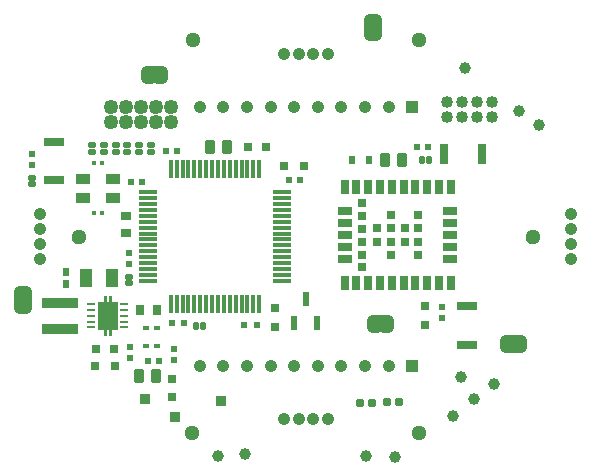
<source format=gts>
%TF.GenerationSoftware,KiCad,Pcbnew,9.0.5*%
%TF.CreationDate,2025-12-11T12:43:02+01:00*%
%TF.ProjectId,MemShield,4d656d53-6869-4656-9c64-2e6b69636164,rev?*%
%TF.SameCoordinates,Original*%
%TF.FileFunction,Soldermask,Top*%
%TF.FilePolarity,Negative*%
%FSLAX46Y46*%
G04 Gerber Fmt 4.6, Leading zero omitted, Abs format (unit mm)*
G04 Created by KiCad (PCBNEW 9.0.5) date 2025-12-11 12:43:02*
%MOMM*%
%LPD*%
G01*
G04 APERTURE LIST*
G04 Aperture macros list*
%AMRoundRect*
0 Rectangle with rounded corners*
0 $1 Rounding radius*
0 $2 $3 $4 $5 $6 $7 $8 $9 X,Y pos of 4 corners*
0 Add a 4 corners polygon primitive as box body*
4,1,4,$2,$3,$4,$5,$6,$7,$8,$9,$2,$3,0*
0 Add four circle primitives for the rounded corners*
1,1,$1+$1,$2,$3*
1,1,$1+$1,$4,$5*
1,1,$1+$1,$6,$7*
1,1,$1+$1,$8,$9*
0 Add four rect primitives between the rounded corners*
20,1,$1+$1,$2,$3,$4,$5,0*
20,1,$1+$1,$4,$5,$6,$7,0*
20,1,$1+$1,$6,$7,$8,$9,0*
20,1,$1+$1,$8,$9,$2,$3,0*%
%AMFreePoly0*
4,1,23,0.500000,-0.750000,0.000000,-0.750000,0.000000,-0.745722,-0.065263,-0.745722,-0.191342,-0.711940,-0.304381,-0.646677,-0.396677,-0.554381,-0.461940,-0.441342,-0.495722,-0.315263,-0.495722,-0.250000,-0.500000,-0.250000,-0.500000,0.250000,-0.495722,0.250000,-0.495722,0.315263,-0.461940,0.441342,-0.396677,0.554381,-0.304381,0.646677,-0.191342,0.711940,-0.065263,0.745722,0.000000,0.745722,
0.000000,0.750000,0.500000,0.750000,0.500000,-0.750000,0.500000,-0.750000,$1*%
%AMFreePoly1*
4,1,23,0.000000,0.745722,0.065263,0.745722,0.191342,0.711940,0.304381,0.646677,0.396677,0.554381,0.461940,0.441342,0.495722,0.315263,0.495722,0.250000,0.500000,0.250000,0.500000,-0.250000,0.495722,-0.250000,0.495722,-0.315263,0.461940,-0.441342,0.396677,-0.554381,0.304381,-0.646677,0.191342,-0.711940,0.065263,-0.745722,0.000000,-0.745722,0.000000,-0.750000,-0.500000,-0.750000,
-0.500000,0.750000,0.000000,0.750000,0.000000,0.745722,0.000000,0.745722,$1*%
%AMFreePoly2*
4,1,21,-0.125000,1.200000,0.125000,1.200000,0.125000,1.700000,0.375000,1.700000,0.375000,1.200000,0.825000,1.200000,0.825000,-1.200000,0.375000,-1.200000,0.375000,-1.700000,0.125000,-1.700000,0.125000,-1.200000,-0.125000,-1.200000,-0.125000,-1.700000,-0.375000,-1.700000,-0.375000,-1.200000,-0.825000,-1.200000,-0.825000,1.200000,-0.375000,1.200000,-0.375000,1.700000,-0.125000,1.700000,
-0.125000,1.200000,-0.125000,1.200000,$1*%
%AMFreePoly3*
4,1,33,0.181428,0.598088,0.294623,0.551201,0.396496,0.483132,0.483132,0.396496,0.551201,0.294623,0.598088,0.181428,0.621990,0.061261,0.621990,-0.061261,0.598088,-0.181428,0.551201,-0.294623,0.483132,-0.396496,0.396496,-0.483132,0.294623,-0.551201,0.181428,-0.598088,0.061261,-0.621990,-0.061261,-0.621990,-0.181428,-0.598088,-0.294623,-0.551201,-0.396496,-0.483132,-0.483132,-0.396496,
-0.551201,-0.294623,-0.598088,-0.181428,-0.621990,-0.061261,-0.621990,0.061261,-0.598088,0.181428,-0.551201,0.294623,-0.483132,0.396496,-0.396496,0.483132,-0.294623,0.551201,-0.181428,0.598088,-0.061261,0.621990,0.061261,0.621990,0.181428,0.598088,0.181428,0.598088,$1*%
G04 Aperture macros list end*
%ADD10C,0.000000*%
%ADD11R,0.850000X0.850000*%
%ADD12C,1.066800*%
%ADD13R,0.430000X0.329999*%
%ADD14R,0.800000X0.800000*%
%ADD15R,0.558800X0.504800*%
%ADD16RoundRect,0.102000X-0.325000X-0.450000X0.325000X-0.450000X0.325000X0.450000X-0.325000X0.450000X0*%
%ADD17R,0.558800X1.295400*%
%ADD18R,0.600000X0.500000*%
%ADD19R,0.504800X0.558800*%
%ADD20C,1.000000*%
%ADD21R,3.098800X0.889000*%
%ADD22R,0.650000X0.800000*%
%ADD23RoundRect,0.102000X-0.190000X-0.200000X0.190000X-0.200000X0.190000X0.200000X-0.190000X0.200000X0*%
%ADD24R,0.800000X0.650000*%
%ADD25FreePoly0,0.000000*%
%ADD26FreePoly1,0.000000*%
%ADD27RoundRect,0.102000X-0.200000X0.190000X-0.200000X-0.190000X0.200000X-0.190000X0.200000X0.190000X0*%
%ADD28R,0.558800X0.711200*%
%ADD29R,0.939800X0.708000*%
%ADD30R,0.600000X0.800000*%
%ADD31FreePoly0,180.000000*%
%ADD32FreePoly1,180.000000*%
%ADD33RoundRect,0.102000X-0.237500X-0.250000X0.237500X-0.250000X0.237500X0.250000X-0.237500X0.250000X0*%
%ADD34R,0.749999X0.799998*%
%ADD35RoundRect,0.102000X-0.275000X-0.750000X0.275000X-0.750000X0.275000X0.750000X-0.275000X0.750000X0*%
%ADD36C,1.254000*%
%ADD37RoundRect,0.102000X0.200000X-0.190000X0.200000X0.190000X-0.200000X0.190000X-0.200000X-0.190000X0*%
%ADD38FreePoly0,270.000000*%
%ADD39FreePoly1,270.000000*%
%ADD40RoundRect,0.102000X0.237500X0.250000X-0.237500X0.250000X-0.237500X-0.250000X0.237500X-0.250000X0*%
%ADD41C,1.016000*%
%ADD42FreePoly0,90.000000*%
%ADD43FreePoly1,90.000000*%
%ADD44RoundRect,0.102000X-0.750000X0.275000X-0.750000X-0.275000X0.750000X-0.275000X0.750000X0.275000X0*%
%ADD45RoundRect,0.102000X0.325000X0.450000X-0.325000X0.450000X-0.325000X-0.450000X0.325000X-0.450000X0*%
%ADD46R,0.701040X1.150620*%
%ADD47R,1.150620X0.701040*%
%ADD48R,0.701040X0.701040*%
%ADD49RoundRect,0.075000X-0.700000X-0.075000X0.700000X-0.075000X0.700000X0.075000X-0.700000X0.075000X0*%
%ADD50RoundRect,0.075000X-0.075000X-0.700000X0.075000X-0.700000X0.075000X0.700000X-0.075000X0.700000X0*%
%ADD51R,0.708000X0.939800*%
%ADD52RoundRect,0.060000X-0.240000X-0.060000X0.240000X-0.060000X0.240000X0.060000X-0.240000X0.060000X0*%
%ADD53FreePoly2,0.000000*%
%ADD54R,1.290599X0.839000*%
%ADD55R,0.508000X0.304800*%
%ADD56RoundRect,0.102000X0.750000X-0.275000X0.750000X0.275000X-0.750000X0.275000X-0.750000X-0.275000X0*%
%ADD57R,0.990600X1.498600*%
%ADD58FreePoly3,270.000000*%
%ADD59R,1.050000X1.050000*%
%ADD60C,1.050000*%
%ADD61FreePoly3,30.000000*%
%ADD62FreePoly3,210.000000*%
%ADD63FreePoly3,330.000000*%
%ADD64FreePoly3,90.000000*%
%ADD65FreePoly3,150.000000*%
G04 APERTURE END LIST*
D10*
%TO.C,J21*%
G36*
X132820100Y-94056820D02*
G01*
X132520100Y-94056820D01*
X132520100Y-92556820D01*
X132820100Y-92556820D01*
X132820100Y-94056820D01*
G37*
%TO.C,J20*%
G36*
X163230100Y-116896820D02*
G01*
X162930100Y-116896820D01*
X162930100Y-115396820D01*
X163230100Y-115396820D01*
X163230100Y-116896820D01*
G37*
%TO.C,J19*%
G36*
X151940100Y-89146820D02*
G01*
X150440100Y-89146820D01*
X150440100Y-89446820D01*
X151940100Y-89446820D01*
X151940100Y-89146820D01*
G37*
%TO.C,J18*%
G36*
X151950100Y-115136820D02*
G01*
X151650100Y-115136820D01*
X151650100Y-113636820D01*
X151950100Y-113636820D01*
X151950100Y-115136820D01*
G37*
%TO.C,J14*%
G36*
X120780100Y-112556820D02*
G01*
X122280100Y-112556820D01*
X122280100Y-112256820D01*
X120780100Y-112256820D01*
X120780100Y-112556820D01*
G37*
%TD*%
D11*
%TO.C,GND*%
X134440100Y-122266820D03*
%TD*%
D12*
%TO.C,J12*%
X143615100Y-122493820D03*
X144865100Y-122493820D03*
X146115100Y-122493820D03*
X147365100Y-122493820D03*
%TD*%
D11*
%TO.C,VBAT*%
X138270100Y-120966820D03*
%TD*%
%TO.C,3V3*%
X131840100Y-120806820D03*
%TD*%
D13*
%TO.C,C4*%
X128184400Y-100816720D03*
X127584400Y-100816720D03*
%TD*%
D14*
%TO.C,D9*%
X140590100Y-99416820D03*
X142090100Y-99416820D03*
%TD*%
D15*
%TO.C,C34*%
X156990100Y-112948520D03*
X156990100Y-113885120D03*
%TD*%
D16*
%TO.C,R7*%
X137365100Y-99416820D03*
X138815100Y-99416820D03*
%TD*%
D17*
%TO.C,U4*%
X144511599Y-114345520D03*
X146411601Y-114345520D03*
X145461600Y-112288120D03*
%TD*%
D18*
%TO.C,C7*%
X141340100Y-114516820D03*
X140240100Y-114516820D03*
%TD*%
D19*
%TO.C,C6*%
X133621800Y-99816820D03*
X134558400Y-99816820D03*
%TD*%
D20*
%TO.C,SW1*%
X157960100Y-122196820D03*
%TD*%
D21*
%TO.C,L1*%
X124690100Y-114821720D03*
X124690100Y-112611920D03*
%TD*%
D22*
%TO.C,C13*%
X145315100Y-101016820D03*
X143665100Y-101016820D03*
%TD*%
D23*
%TO.C,R6*%
X136190100Y-114576820D03*
X136750100Y-114576820D03*
%TD*%
D24*
%TO.C,C35*%
X155590100Y-114541820D03*
X155590100Y-112891820D03*
%TD*%
%TO.C,C9*%
X142840100Y-114698520D03*
X142840100Y-113048520D03*
%TD*%
D25*
%TO.C,J21*%
X132020100Y-93306820D03*
D26*
X133320100Y-93306820D03*
%TD*%
D12*
%TO.C,J11*%
X167967100Y-108891820D03*
X167967100Y-107641820D03*
X167967100Y-106391820D03*
X167967100Y-105141820D03*
%TD*%
%TO.C,J13*%
X147365100Y-91539820D03*
X146115100Y-91539820D03*
X144865100Y-91539820D03*
X143615100Y-91539820D03*
%TD*%
D27*
%TO.C,R23*%
X132380100Y-99276820D03*
X132380100Y-99836820D03*
%TD*%
D28*
%TO.C,C14*%
X125190100Y-111037520D03*
X125190100Y-109996120D03*
%TD*%
D15*
%TO.C,C1*%
X134290100Y-116548520D03*
X134290100Y-117485120D03*
%TD*%
D29*
%TO.C,R2*%
X130240100Y-106713720D03*
X130240100Y-105319920D03*
%TD*%
D27*
%TO.C,R26*%
X129380100Y-99276820D03*
X129380100Y-99836820D03*
%TD*%
D20*
%TO.C,PAIR3*%
X150590100Y-125616820D03*
%TD*%
D27*
%TO.C,R28*%
X127414400Y-99286720D03*
X127414400Y-99846720D03*
%TD*%
D19*
%TO.C,C8*%
X134190100Y-114316820D03*
X135126700Y-114316820D03*
%TD*%
D30*
%TO.C,D10*%
X149390100Y-100516820D03*
X150790100Y-100516820D03*
%TD*%
D31*
%TO.C,J20*%
X163730100Y-116146820D03*
D32*
X162430100Y-116146820D03*
%TD*%
D33*
%TO.C,R21*%
X150078100Y-121116820D03*
X151102100Y-121116820D03*
%TD*%
D34*
%TO.C,R1*%
X129265099Y-116516820D03*
X127715101Y-116516820D03*
%TD*%
D14*
%TO.C,D8*%
X134190100Y-120566820D03*
X134190100Y-119066820D03*
%TD*%
D20*
%TO.C,SDMC0*%
X165240100Y-97566820D03*
%TD*%
D35*
%TO.C,S3*%
X157140100Y-100016820D03*
X160390100Y-100016820D03*
%TD*%
D36*
%TO.C,P3*%
X134030100Y-96016820D03*
X134030100Y-97286820D03*
X132760100Y-96016820D03*
X132760100Y-97286820D03*
X131490100Y-96016820D03*
X131490100Y-97286820D03*
X130220100Y-96016820D03*
X130220100Y-97286820D03*
X128950100Y-96016820D03*
X128950100Y-97286820D03*
%TD*%
D20*
%TO.C,SDMC3*%
X158610100Y-118926820D03*
%TD*%
D37*
%TO.C,R5*%
X130490100Y-110976820D03*
X130490100Y-110416820D03*
%TD*%
D38*
%TO.C,J19*%
X151190100Y-88646820D03*
D39*
X151190100Y-89946820D03*
%TD*%
D31*
%TO.C,J18*%
X152450100Y-114386820D03*
D32*
X151150100Y-114386820D03*
%TD*%
D20*
%TO.C,CMD1*%
X161430100Y-119486820D03*
%TD*%
D40*
%TO.C,R20*%
X153402100Y-121016820D03*
X152378100Y-121016820D03*
%TD*%
D20*
%TO.C,SDMC1*%
X158930100Y-92786820D03*
%TD*%
%TO.C,SDMC2*%
X159710100Y-120746820D03*
%TD*%
D41*
%TO.C,P5*%
X161230100Y-96916820D03*
X161230100Y-95646820D03*
X159960100Y-96916820D03*
X159960100Y-95646820D03*
X158690100Y-96916820D03*
X158690100Y-95646820D03*
X157420100Y-96916820D03*
X157420100Y-95646820D03*
%TD*%
D42*
%TO.C,J14*%
X121530100Y-113056820D03*
D43*
X121530100Y-111756820D03*
%TD*%
D19*
%TO.C,C16*%
X132153500Y-117516820D03*
X133090100Y-117516820D03*
%TD*%
D44*
%TO.C,S2*%
X159090100Y-112916820D03*
X159090100Y-116166820D03*
%TD*%
D27*
%TO.C,R22*%
X122290100Y-102036820D03*
X122290100Y-102596820D03*
%TD*%
D45*
%TO.C,R29*%
X153615100Y-100516820D03*
X152165100Y-100516820D03*
%TD*%
D20*
%TO.C,PAIR1*%
X138020100Y-125616820D03*
%TD*%
D15*
%TO.C,C22*%
X122290100Y-100985120D03*
X122290100Y-100048520D03*
%TD*%
D46*
%TO.C,MD1*%
X148760720Y-110954890D03*
X149761480Y-110954890D03*
X150762240Y-110954890D03*
X151763000Y-110954890D03*
X152763760Y-110954890D03*
X153764520Y-110954890D03*
X154765280Y-110954890D03*
X155766040Y-110954890D03*
X156766800Y-110954890D03*
X157767560Y-110954890D03*
D47*
X157685010Y-108892410D03*
X157685010Y-107891650D03*
X157685010Y-106890890D03*
X157685010Y-105890130D03*
X157685010Y-104889370D03*
D46*
X157767560Y-102826890D03*
X156766800Y-102826890D03*
X155766040Y-102826890D03*
X154765280Y-102826890D03*
X153764520Y-102826890D03*
X152763760Y-102826890D03*
X151763000Y-102826890D03*
X150762240Y-102826890D03*
X149761480Y-102826890D03*
X148760720Y-102826890D03*
D47*
X148835650Y-104889370D03*
X148835650Y-105890130D03*
X148835650Y-106890890D03*
X148835650Y-107891650D03*
X148835650Y-108892410D03*
D48*
X150211060Y-109640440D03*
X150211060Y-108540620D03*
X150211060Y-107440800D03*
X150211060Y-106340980D03*
X150211060Y-105241160D03*
X150211060Y-104141340D03*
X151539480Y-107466200D03*
X151539480Y-106315580D03*
X152690100Y-108616820D03*
X152690100Y-107466200D03*
X152690100Y-106315580D03*
X152690100Y-105164960D03*
X153840720Y-107466200D03*
X153840720Y-106315580D03*
X154991340Y-108616820D03*
X154991340Y-107466200D03*
X154991340Y-106315580D03*
X154991340Y-105164960D03*
%TD*%
D27*
%TO.C,R27*%
X128380100Y-99276820D03*
X128380100Y-99836820D03*
%TD*%
D13*
%TO.C,C12*%
X127584400Y-105016820D03*
X128184400Y-105016820D03*
%TD*%
D19*
%TO.C,C10*%
X130643500Y-102366820D03*
X131580100Y-102366820D03*
%TD*%
D16*
%TO.C,R4*%
X131365100Y-118816820D03*
X132815100Y-118816820D03*
%TD*%
D49*
%TO.C,U3*%
X132115100Y-103266820D03*
X132115100Y-103766820D03*
X132115100Y-104266820D03*
X132115100Y-104766820D03*
X132115100Y-105266820D03*
X132115100Y-105766820D03*
X132115100Y-106266820D03*
X132115100Y-106766820D03*
X132115100Y-107266820D03*
X132115100Y-107766820D03*
X132115100Y-108266820D03*
X132115100Y-108766820D03*
X132115100Y-109266820D03*
X132115100Y-109766820D03*
X132115100Y-110266820D03*
X132115100Y-110766820D03*
D50*
X134040100Y-112691820D03*
X134540100Y-112691820D03*
X135040100Y-112691820D03*
X135540100Y-112691820D03*
X136040100Y-112691820D03*
X136540100Y-112691820D03*
X137040100Y-112691820D03*
X137540100Y-112691820D03*
X138040100Y-112691820D03*
X138540100Y-112691820D03*
X139040100Y-112691820D03*
X139540100Y-112691820D03*
X140040100Y-112691820D03*
X140540100Y-112691820D03*
X141040100Y-112691820D03*
X141540100Y-112691820D03*
D49*
X143465100Y-110766820D03*
X143465100Y-110266820D03*
X143465100Y-109766820D03*
X143465100Y-109266820D03*
X143465100Y-108766820D03*
X143465100Y-108266820D03*
X143465100Y-107766820D03*
X143465100Y-107266820D03*
X143465100Y-106766820D03*
X143465100Y-106266820D03*
X143465100Y-105766820D03*
X143465100Y-105266820D03*
X143465100Y-104766820D03*
X143465100Y-104266820D03*
X143465100Y-103766820D03*
X143465100Y-103266820D03*
D50*
X141540100Y-101341820D03*
X141040100Y-101341820D03*
X140540100Y-101341820D03*
X140040100Y-101341820D03*
X139540100Y-101341820D03*
X139040100Y-101341820D03*
X138540100Y-101341820D03*
X138040100Y-101341820D03*
X137540100Y-101341820D03*
X137040100Y-101341820D03*
X136540100Y-101341820D03*
X136040100Y-101341820D03*
X135540100Y-101341820D03*
X135040100Y-101341820D03*
X134540100Y-101341820D03*
X134040100Y-101341820D03*
%TD*%
D51*
%TO.C,R3*%
X131473200Y-113236820D03*
X132867000Y-113236820D03*
%TD*%
D52*
%TO.C,U2*%
X127290100Y-112716820D03*
X127290100Y-113216820D03*
X127290100Y-113716820D03*
X127290100Y-114216820D03*
X127290100Y-114716820D03*
X130090100Y-114716820D03*
X130090100Y-114216820D03*
X130090100Y-113716820D03*
X130090100Y-113216820D03*
X130090100Y-112716820D03*
D53*
X128690100Y-113716820D03*
%TD*%
D20*
%TO.C,PAIR2*%
X140290100Y-125416820D03*
%TD*%
D22*
%TO.C,C2*%
X129315100Y-118016820D03*
X127665100Y-118016820D03*
%TD*%
D54*
%TO.C,X1*%
X129190100Y-102116620D03*
X126578700Y-102116620D03*
X126578700Y-103716820D03*
X129190100Y-103716820D03*
%TD*%
D55*
%TO.C,U1*%
X132840950Y-116266120D03*
X132840950Y-114767520D03*
X131939250Y-114767520D03*
X131939250Y-116266120D03*
%TD*%
D23*
%TO.C,R30*%
X155310100Y-100516820D03*
X155870100Y-100516820D03*
%TD*%
D27*
%TO.C,R25*%
X130380100Y-99276820D03*
X130380100Y-99836820D03*
%TD*%
D15*
%TO.C,C3*%
X130490100Y-109316820D03*
X130490100Y-108380220D03*
%TD*%
%TO.C,C5*%
X130590100Y-117285120D03*
X130590100Y-116348520D03*
%TD*%
D56*
%TO.C,S1*%
X124190100Y-102241820D03*
X124190100Y-98991820D03*
%TD*%
D20*
%TO.C,MCK1*%
X153020100Y-125666820D03*
%TD*%
D57*
%TO.C,F1*%
X126897900Y-110516820D03*
X129082300Y-110516820D03*
%TD*%
D19*
%TO.C,C33*%
X155858400Y-99416820D03*
X154921800Y-99416820D03*
%TD*%
%TO.C,C11*%
X144071800Y-102266820D03*
X145008400Y-102266820D03*
%TD*%
D12*
%TO.C,J10*%
X123013100Y-105141820D03*
X123013100Y-106391820D03*
X123013100Y-107641820D03*
X123013100Y-108891820D03*
%TD*%
D27*
%TO.C,R24*%
X131380100Y-99276820D03*
X131380100Y-99836820D03*
%TD*%
D20*
%TO.C,CK1*%
X163520100Y-96396820D03*
%TD*%
D58*
%TO.C,M3*%
X164690100Y-107016820D03*
%TD*%
D59*
%TO.C,P1*%
X154490100Y-96016820D03*
D60*
X152490100Y-96016820D03*
X150490100Y-96016820D03*
X148490100Y-96016820D03*
X146490100Y-96016820D03*
X144490100Y-96016820D03*
X142490100Y-96016820D03*
X140490100Y-96016820D03*
X138490100Y-96016820D03*
X136490100Y-96016820D03*
%TD*%
D61*
%TO.C,M2*%
X135890099Y-90416820D03*
%TD*%
D62*
%TO.C,M4*%
X155090100Y-123666820D03*
%TD*%
D59*
%TO.C,P2*%
X154490100Y-118016820D03*
D60*
X152490100Y-118016820D03*
X150490100Y-118016820D03*
X148490100Y-118016820D03*
X146490100Y-118016820D03*
X144490100Y-118016820D03*
X142490100Y-118016820D03*
X140490100Y-118016820D03*
X138490100Y-118016820D03*
X136490100Y-118016820D03*
%TD*%
D63*
%TO.C,M7*%
X155053673Y-90400491D03*
%TD*%
D64*
%TO.C,M1*%
X126290100Y-107016820D03*
%TD*%
D65*
%TO.C,M5*%
X135882264Y-123616995D03*
%TD*%
M02*

</source>
